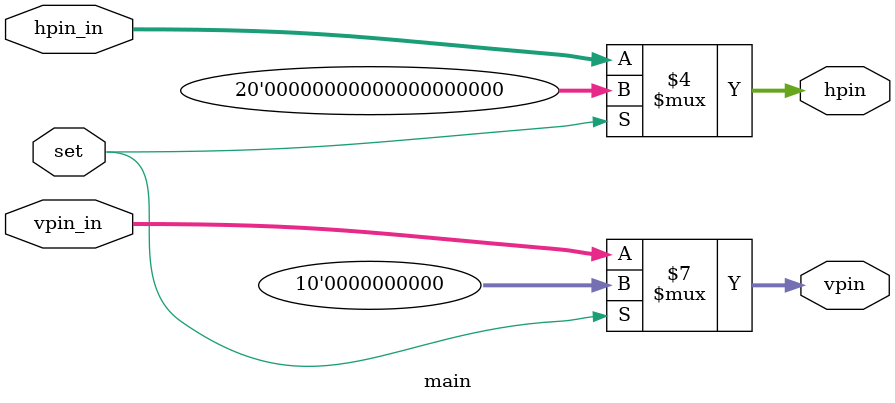
<source format=v>
`timescale 1ns / 1ps

module main(
    input wire [19:0] hpin_in,
    input wire [9:0] vpin_in,   // 10 bits tapped to 10 VIO inputs (buttons)
    input set,                  // 1 bit to set or reset the LEDs
    output reg [19:0] hpin,     // 20 bits tapped to 20 GPIOs of FPGA -> 20 horizontal pins of the circuit
    output reg [9:0] vpin       // 10 bits tapped to 10 GPIOs of FPGA -> 10 vertical pins of the circuit
    );
always @(*) begin 
    if(set==1) begin
        vpin = 10'b0000000000;              // vertical pins output assignment
        hpin = 20'b00000000000000000000;    // horizontal pins output assignment
    end
    else begin
        hpin <= hpin_in;
        vpin <= vpin_in;           
    end   
end
endmodule


</source>
